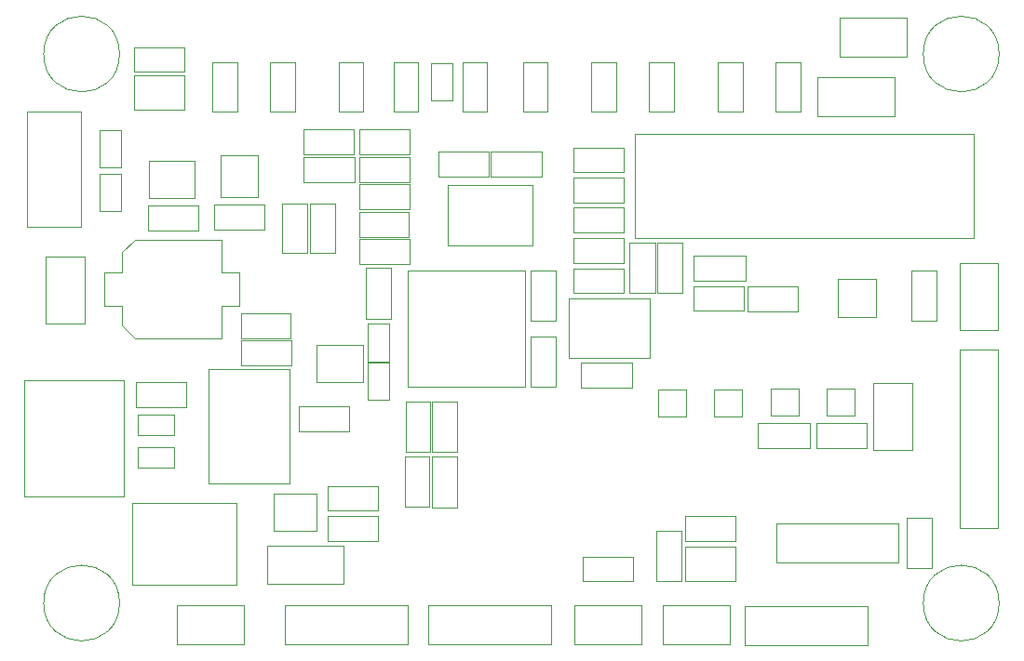
<source format=gbr>
%TF.GenerationSoftware,KiCad,Pcbnew,9.0.1*%
%TF.CreationDate,2025-04-25T18:02:47+02:00*%
%TF.ProjectId,CC_Load,43435f4c-6f61-4642-9e6b-696361645f70,rev?*%
%TF.SameCoordinates,Original*%
%TF.FileFunction,Other,User*%
%FSLAX46Y46*%
G04 Gerber Fmt 4.6, Leading zero omitted, Abs format (unit mm)*
G04 Created by KiCad (PCBNEW 9.0.1) date 2025-04-25 18:02:47*
%MOMM*%
%LPD*%
G01*
G04 APERTURE LIST*
%ADD10C,0.050000*%
G04 APERTURE END LIST*
D10*
%TO.C,R16*%
X135870000Y-84720000D02*
X138130000Y-84720000D01*
X135870000Y-89280000D02*
X135870000Y-84720000D01*
X138130000Y-84720000D02*
X138130000Y-89280000D01*
X138130000Y-89280000D02*
X135870000Y-89280000D01*
%TO.C,U4*%
X124700000Y-84700000D02*
X124700000Y-95300000D01*
X124700000Y-84700000D02*
X135300000Y-84700000D01*
X124700000Y-95300000D02*
X135300000Y-95300000D01*
X135300000Y-84700000D02*
X135300000Y-95300000D01*
%TO.C,C16*%
X144850000Y-82150000D02*
X147150000Y-82150000D01*
X144850000Y-86750000D02*
X144850000Y-82150000D01*
X147150000Y-82150000D02*
X147150000Y-86750000D01*
X147150000Y-86750000D02*
X144850000Y-86750000D01*
%TO.C,D1*%
X111850000Y-109750000D02*
X118850000Y-109750000D01*
X111850000Y-113250000D02*
X111850000Y-109750000D01*
X118850000Y-109750000D02*
X118850000Y-113250000D01*
X118850000Y-113250000D02*
X111850000Y-113250000D01*
%TO.C,R19*%
X124473000Y-96653000D02*
X126733000Y-96653000D01*
X124473000Y-101213000D02*
X124473000Y-96653000D01*
X126733000Y-96653000D02*
X126733000Y-101213000D01*
X126733000Y-101213000D02*
X124473000Y-101213000D01*
%TO.C,R22*%
X106870000Y-65720000D02*
X109130000Y-65720000D01*
X106870000Y-70280000D02*
X106870000Y-65720000D01*
X109130000Y-65720000D02*
X109130000Y-70280000D01*
X109130000Y-70280000D02*
X106870000Y-70280000D01*
%TO.C,C12*%
X140450000Y-93100000D02*
X145050000Y-93100000D01*
X140450000Y-95400000D02*
X140450000Y-93100000D01*
X145050000Y-93100000D02*
X145050000Y-95400000D01*
X145050000Y-95400000D02*
X140450000Y-95400000D01*
%TO.C,U1*%
X90000000Y-70240000D02*
X90000000Y-80740000D01*
X90000000Y-80740000D02*
X94910000Y-80740000D01*
X94910000Y-70240000D02*
X90000000Y-70240000D01*
X94910000Y-80740000D02*
X94910000Y-70240000D01*
%TO.C,R30*%
X123370000Y-65720000D02*
X125630000Y-65720000D01*
X123370000Y-70280000D02*
X123370000Y-65720000D01*
X125630000Y-65720000D02*
X125630000Y-70280000D01*
X125630000Y-70280000D02*
X123370000Y-70280000D01*
%TO.C,TP3*%
X152547000Y-95524000D02*
X152547000Y-98024000D01*
X152547000Y-95524000D02*
X155047000Y-95524000D01*
X155047000Y-98024000D02*
X152547000Y-98024000D01*
X155047000Y-98024000D02*
X155047000Y-95524000D01*
%TO.C,C11*%
X120237500Y-74350000D02*
X124837500Y-74350000D01*
X120237500Y-76650000D02*
X120237500Y-74350000D01*
X124837500Y-74350000D02*
X124837500Y-76650000D01*
X124837500Y-76650000D02*
X120237500Y-76650000D01*
%TO.C,U3*%
X106525000Y-93705000D02*
X113925000Y-93705000D01*
X113925000Y-104105000D01*
X106525000Y-104105000D01*
X106525000Y-93705000D01*
%TO.C,R10*%
X117382500Y-107070000D02*
X121942500Y-107070000D01*
X117382500Y-109330000D02*
X117382500Y-107070000D01*
X121942500Y-107070000D02*
X121942500Y-109330000D01*
X121942500Y-109330000D02*
X117382500Y-109330000D01*
%TO.C,H4*%
X178450000Y-115000000D02*
G75*
G02*
X171550000Y-115000000I-3450000J0D01*
G01*
X171550000Y-115000000D02*
G75*
G02*
X178450000Y-115000000I3450000J0D01*
G01*
%TO.C,U5*%
X139300000Y-87300000D02*
X146700000Y-87300000D01*
X146700000Y-92700000D01*
X139300000Y-92700000D01*
X139300000Y-87300000D01*
%TO.C,R9*%
X99757500Y-64370000D02*
X104317500Y-64370000D01*
X99757500Y-66630000D02*
X99757500Y-64370000D01*
X104317500Y-64370000D02*
X104317500Y-66630000D01*
X104317500Y-66630000D02*
X99757500Y-66630000D01*
%TO.C,R27*%
X120257500Y-76870000D02*
X124817500Y-76870000D01*
X120257500Y-79130000D02*
X120257500Y-76870000D01*
X124817500Y-76870000D02*
X124817500Y-79130000D01*
X124817500Y-79130000D02*
X120257500Y-79130000D01*
%TO.C,J7*%
X163940000Y-61730000D02*
X163940000Y-65270000D01*
X163940000Y-65270000D02*
X170030000Y-65270000D01*
X170030000Y-61730000D02*
X163940000Y-61730000D01*
X170030000Y-65270000D02*
X170030000Y-61730000D01*
%TO.C,Y1*%
X116400000Y-91475000D02*
X116400000Y-94875000D01*
X116400000Y-94875000D02*
X120600000Y-94875000D01*
X120600000Y-91475000D02*
X116400000Y-91475000D01*
X120600000Y-94875000D02*
X120600000Y-91475000D01*
%TO.C,U7*%
X107612500Y-78020000D02*
X111012500Y-78020000D01*
X111012500Y-74180000D01*
X107612500Y-74180000D01*
X107612500Y-78020000D01*
%TO.C,H3*%
X98450000Y-115000000D02*
G75*
G02*
X91550000Y-115000000I-3450000J0D01*
G01*
X91550000Y-115000000D02*
G75*
G02*
X98450000Y-115000000I3450000J0D01*
G01*
%TO.C,J2*%
X103690000Y-115230000D02*
X103690000Y-118770000D01*
X103690000Y-118770000D02*
X109780000Y-118770000D01*
X109780000Y-115230000D02*
X103690000Y-115230000D01*
X109780000Y-118770000D02*
X109780000Y-115230000D01*
%TO.C,J4*%
X139810000Y-115230000D02*
X139810000Y-118770000D01*
X139810000Y-118770000D02*
X145900000Y-118770000D01*
X145900000Y-115230000D02*
X139810000Y-115230000D01*
X145900000Y-118770000D02*
X145900000Y-115230000D01*
%TO.C,R40*%
X139755000Y-84507000D02*
X144315000Y-84507000D01*
X139755000Y-86767000D02*
X139755000Y-84507000D01*
X144315000Y-84507000D02*
X144315000Y-86767000D01*
X144315000Y-86767000D02*
X139755000Y-86767000D01*
%TO.C,R3*%
X100070000Y-100800000D02*
X103430000Y-100800000D01*
X100070000Y-102700000D02*
X100070000Y-100800000D01*
X103430000Y-100800000D02*
X103430000Y-102700000D01*
X103430000Y-102700000D02*
X100070000Y-102700000D01*
%TO.C,R1*%
X100070000Y-97800000D02*
X103430000Y-97800000D01*
X100070000Y-99700000D02*
X100070000Y-97800000D01*
X103430000Y-97800000D02*
X103430000Y-99700000D01*
X103430000Y-99700000D02*
X100070000Y-99700000D01*
%TO.C,C1*%
X99950000Y-94850000D02*
X104550000Y-94850000D01*
X99950000Y-97150000D02*
X99950000Y-94850000D01*
X104550000Y-94850000D02*
X104550000Y-97150000D01*
X104550000Y-97150000D02*
X99950000Y-97150000D01*
%TO.C,J14*%
X167030000Y-94955000D02*
X167030000Y-101045000D01*
X167030000Y-101045000D02*
X170570000Y-101045000D01*
X170570000Y-94955000D02*
X167030000Y-94955000D01*
X170570000Y-101045000D02*
X170570000Y-94955000D01*
%TO.C,C13*%
X121020000Y-89575000D02*
X122980000Y-89575000D01*
X121020000Y-92975000D02*
X121020000Y-89575000D01*
X122980000Y-89575000D02*
X122980000Y-92975000D01*
X122980000Y-92975000D02*
X121020000Y-92975000D01*
%TO.C,C15*%
X139735000Y-78987000D02*
X144335000Y-78987000D01*
X139735000Y-81287000D02*
X139735000Y-78987000D01*
X144335000Y-78987000D02*
X144335000Y-81287000D01*
X144335000Y-81287000D02*
X139735000Y-81287000D01*
%TO.C,R13*%
X113270000Y-78582500D02*
X115530000Y-78582500D01*
X113270000Y-83142500D02*
X113270000Y-78582500D01*
X115530000Y-78582500D02*
X115530000Y-83142500D01*
X115530000Y-83142500D02*
X113270000Y-83142500D01*
%TO.C,R41*%
X147270000Y-108420000D02*
X149530000Y-108420000D01*
X147270000Y-112980000D02*
X147270000Y-108420000D01*
X149530000Y-108420000D02*
X149530000Y-112980000D01*
X149530000Y-112980000D02*
X147270000Y-112980000D01*
%TO.C,J11*%
X158150000Y-107730000D02*
X158150000Y-111270000D01*
X158150000Y-111270000D02*
X169310000Y-111270000D01*
X169310000Y-107730000D02*
X158150000Y-107730000D01*
X169310000Y-111270000D02*
X169310000Y-107730000D01*
%TO.C,R14*%
X115770000Y-78582500D02*
X118030000Y-78582500D01*
X115770000Y-83142500D02*
X115770000Y-78582500D01*
X118030000Y-78582500D02*
X118030000Y-83142500D01*
X118030000Y-83142500D02*
X115770000Y-83142500D01*
%TO.C,C18*%
X170050000Y-107250000D02*
X172350000Y-107250000D01*
X170050000Y-111850000D02*
X170050000Y-107250000D01*
X172350000Y-107250000D02*
X172350000Y-111850000D01*
X172350000Y-111850000D02*
X170050000Y-111850000D01*
%TO.C,C8*%
X135850000Y-90700000D02*
X138150000Y-90700000D01*
X135850000Y-95300000D02*
X135850000Y-90700000D01*
X138150000Y-90700000D02*
X138150000Y-95300000D01*
X138150000Y-95300000D02*
X135850000Y-95300000D01*
%TO.C,R25*%
X141370000Y-65720000D02*
X143630000Y-65720000D01*
X141370000Y-70280000D02*
X141370000Y-65720000D01*
X143630000Y-65720000D02*
X143630000Y-70280000D01*
X143630000Y-70280000D02*
X141370000Y-70280000D01*
%TO.C,C2*%
X132237500Y-73850000D02*
X136837500Y-73850000D01*
X132237500Y-76150000D02*
X132237500Y-73850000D01*
X136837500Y-73850000D02*
X136837500Y-76150000D01*
X136837500Y-76150000D02*
X132237500Y-76150000D01*
%TO.C,R11*%
X149920000Y-107070000D02*
X154480000Y-107070000D01*
X149920000Y-109330000D02*
X149920000Y-107070000D01*
X154480000Y-107070000D02*
X154480000Y-109330000D01*
X154480000Y-109330000D02*
X149920000Y-109330000D01*
%TO.C,R39*%
X139755000Y-81757000D02*
X144315000Y-81757000D01*
X139755000Y-84017000D02*
X139755000Y-81757000D01*
X144315000Y-81757000D02*
X144315000Y-84017000D01*
X144315000Y-84017000D02*
X139755000Y-84017000D01*
%TO.C,J13*%
X155340000Y-115280000D02*
X155340000Y-118820000D01*
X155340000Y-118820000D02*
X166500000Y-118820000D01*
X166500000Y-115280000D02*
X155340000Y-115280000D01*
X166500000Y-118820000D02*
X166500000Y-115280000D01*
%TO.C,D2*%
X99757500Y-66920000D02*
X104317500Y-66920000D01*
X99757500Y-70080000D02*
X99757500Y-66920000D01*
X104317500Y-66920000D02*
X104317500Y-70080000D01*
X104317500Y-70080000D02*
X99757500Y-70080000D01*
%TO.C,R18*%
X115220000Y-71870000D02*
X119780000Y-71870000D01*
X115220000Y-74130000D02*
X115220000Y-71870000D01*
X119780000Y-71870000D02*
X119780000Y-74130000D01*
X119780000Y-74130000D02*
X115220000Y-74130000D01*
%TO.C,J10*%
X147825000Y-115230000D02*
X147825000Y-118770000D01*
X147825000Y-118770000D02*
X153915000Y-118770000D01*
X153915000Y-115230000D02*
X147825000Y-115230000D01*
X153915000Y-118770000D02*
X153915000Y-115230000D01*
%TO.C,H1*%
X98450000Y-65000000D02*
G75*
G02*
X91550000Y-65000000I-3450000J0D01*
G01*
X91550000Y-65000000D02*
G75*
G02*
X98450000Y-65000000I3450000J0D01*
G01*
%TO.C,R31*%
X135120000Y-65720000D02*
X137380000Y-65720000D01*
X135120000Y-70280000D02*
X135120000Y-65720000D01*
X137380000Y-65720000D02*
X137380000Y-70280000D01*
X137380000Y-70280000D02*
X135120000Y-70280000D01*
%TO.C,D5*%
X161900000Y-67150000D02*
X168900000Y-67150000D01*
X161900000Y-70650000D02*
X161900000Y-67150000D01*
X168900000Y-67150000D02*
X168900000Y-70650000D01*
X168900000Y-70650000D02*
X161900000Y-70650000D01*
%TO.C,U6*%
X101150000Y-74700000D02*
X105250000Y-74700000D01*
X105250000Y-78100000D01*
X101150000Y-78100000D01*
X101150000Y-74700000D01*
%TO.C,U2*%
X128275000Y-76900000D02*
X135975000Y-76900000D01*
X135975000Y-82400000D01*
X128275000Y-82400000D01*
X128275000Y-76900000D01*
%TO.C,TP4*%
X147467000Y-95524000D02*
X147467000Y-98024000D01*
X147467000Y-95524000D02*
X149967000Y-95524000D01*
X149967000Y-98024000D02*
X147467000Y-98024000D01*
X149967000Y-98024000D02*
X149967000Y-95524000D01*
%TO.C,R21*%
X124370000Y-101682500D02*
X126630000Y-101682500D01*
X124370000Y-106242500D02*
X124370000Y-101682500D01*
X126630000Y-101682500D02*
X126630000Y-106242500D01*
X126630000Y-106242500D02*
X124370000Y-106242500D01*
%TO.C,R43*%
X107032500Y-78720000D02*
X111592500Y-78720000D01*
X107032500Y-80980000D02*
X107032500Y-78720000D01*
X111592500Y-78720000D02*
X111592500Y-80980000D01*
X111592500Y-80980000D02*
X107032500Y-80980000D01*
%TO.C,R26*%
X152870000Y-65720000D02*
X155130000Y-65720000D01*
X152870000Y-70280000D02*
X152870000Y-65720000D01*
X155130000Y-65720000D02*
X155130000Y-70280000D01*
X155130000Y-70280000D02*
X152870000Y-70280000D01*
%TO.C,R34*%
X127457500Y-73870000D02*
X132017500Y-73870000D01*
X127457500Y-76130000D02*
X127457500Y-73870000D01*
X132017500Y-73870000D02*
X132017500Y-76130000D01*
X132017500Y-76130000D02*
X127457500Y-76130000D01*
%TO.C,R6*%
X117382500Y-104320000D02*
X121942500Y-104320000D01*
X117382500Y-106580000D02*
X117382500Y-104320000D01*
X121942500Y-104320000D02*
X121942500Y-106580000D01*
X121942500Y-106580000D02*
X117382500Y-106580000D01*
%TO.C,J5*%
X89820000Y-94680000D02*
X98850000Y-94680000D01*
X89820000Y-105320000D02*
X89820000Y-94680000D01*
X98850000Y-94680000D02*
X98850000Y-105320000D01*
X98850000Y-105320000D02*
X89820000Y-105320000D01*
%TO.C,J1*%
X163740000Y-85440000D02*
X163740000Y-88980000D01*
X163740000Y-88980000D02*
X167280000Y-88980000D01*
X167280000Y-85440000D02*
X163740000Y-85440000D01*
X167280000Y-88980000D02*
X167280000Y-85440000D01*
%TO.C,R37*%
X145330000Y-72250000D02*
X145330000Y-81750000D01*
X145330000Y-81750000D02*
X176170000Y-81750000D01*
X176170000Y-72250000D02*
X145330000Y-72250000D01*
X176170000Y-81750000D02*
X176170000Y-72250000D01*
%TO.C,H2*%
X178450000Y-65000000D02*
G75*
G02*
X171550000Y-65000000I-3450000J0D01*
G01*
X171550000Y-65000000D02*
G75*
G02*
X178450000Y-65000000I3450000J0D01*
G01*
%TO.C,R23*%
X118370000Y-65720000D02*
X120630000Y-65720000D01*
X118370000Y-70280000D02*
X118370000Y-65720000D01*
X120630000Y-65720000D02*
X120630000Y-70280000D01*
X120630000Y-70280000D02*
X118370000Y-70280000D01*
%TO.C,R8*%
X150657500Y-86120000D02*
X155217500Y-86120000D01*
X150657500Y-88380000D02*
X150657500Y-86120000D01*
X155217500Y-86120000D02*
X155217500Y-88380000D01*
X155217500Y-88380000D02*
X150657500Y-88380000D01*
%TO.C,R32*%
X146620000Y-65720000D02*
X148880000Y-65720000D01*
X146620000Y-70280000D02*
X146620000Y-65720000D01*
X148880000Y-65720000D02*
X148880000Y-70280000D01*
X148880000Y-70280000D02*
X146620000Y-70280000D01*
%TO.C,J3*%
X91730000Y-83455000D02*
X91730000Y-89545000D01*
X91730000Y-89545000D02*
X95270000Y-89545000D01*
X95270000Y-83455000D02*
X91730000Y-83455000D01*
X95270000Y-89545000D02*
X95270000Y-83455000D01*
%TO.C,C5*%
X96620000Y-71900000D02*
X98580000Y-71900000D01*
X96620000Y-75300000D02*
X96620000Y-71900000D01*
X98580000Y-71900000D02*
X98580000Y-75300000D01*
X98580000Y-75300000D02*
X96620000Y-75300000D01*
%TO.C,C4*%
X96620000Y-75900000D02*
X98580000Y-75900000D01*
X96620000Y-79300000D02*
X96620000Y-75900000D01*
X98580000Y-75900000D02*
X98580000Y-79300000D01*
X98580000Y-79300000D02*
X96620000Y-79300000D01*
%TO.C,C14*%
X121020000Y-93125000D02*
X122980000Y-93125000D01*
X121020000Y-96525000D02*
X121020000Y-93125000D01*
X122980000Y-93125000D02*
X122980000Y-96525000D01*
X122980000Y-96525000D02*
X121020000Y-96525000D01*
%TO.C,R12*%
X170470000Y-84757500D02*
X172730000Y-84757500D01*
X170470000Y-89317500D02*
X170470000Y-84757500D01*
X172730000Y-84757500D02*
X172730000Y-89317500D01*
X172730000Y-89317500D02*
X170470000Y-89317500D01*
%TO.C,R35*%
X139755000Y-76257000D02*
X144315000Y-76257000D01*
X139755000Y-78517000D02*
X139755000Y-76257000D01*
X144315000Y-76257000D02*
X144315000Y-78517000D01*
X144315000Y-78517000D02*
X139755000Y-78517000D01*
%TO.C,D4*%
X149920000Y-109870000D02*
X154480000Y-109870000D01*
X149920000Y-113030000D02*
X149920000Y-109870000D01*
X154480000Y-109870000D02*
X154480000Y-113030000D01*
X154480000Y-113030000D02*
X149920000Y-113030000D01*
%TO.C,R28*%
X120257500Y-71870000D02*
X124817500Y-71870000D01*
X120257500Y-74130000D02*
X120257500Y-71870000D01*
X124817500Y-71870000D02*
X124817500Y-74130000D01*
X124817500Y-74130000D02*
X120257500Y-74130000D01*
%TO.C,C6*%
X114725000Y-97100000D02*
X119325000Y-97100000D01*
X114725000Y-99400000D02*
X114725000Y-97100000D01*
X119325000Y-97100000D02*
X119325000Y-99400000D01*
X119325000Y-99400000D02*
X114725000Y-99400000D01*
%TO.C,TP1*%
X157700000Y-95450000D02*
X157700000Y-97950000D01*
X157700000Y-95450000D02*
X160200000Y-95450000D01*
X160200000Y-97950000D02*
X157700000Y-97950000D01*
X160200000Y-97950000D02*
X160200000Y-95450000D01*
%TO.C,C17*%
X101037500Y-78750000D02*
X105637500Y-78750000D01*
X101037500Y-81050000D02*
X101037500Y-78750000D01*
X105637500Y-78750000D02*
X105637500Y-81050000D01*
X105637500Y-81050000D02*
X101037500Y-81050000D01*
%TO.C,J6*%
X174830000Y-84080000D02*
X174830000Y-90170000D01*
X174830000Y-90170000D02*
X178370000Y-90170000D01*
X178370000Y-84080000D02*
X174830000Y-84080000D01*
X178370000Y-90170000D02*
X178370000Y-84080000D01*
%TO.C,J9*%
X126550000Y-115230000D02*
X126550000Y-118770000D01*
X126550000Y-118770000D02*
X137710000Y-118770000D01*
X137710000Y-115230000D02*
X126550000Y-115230000D01*
X137710000Y-118770000D02*
X137710000Y-115230000D01*
%TO.C,J12*%
X174830000Y-91930000D02*
X174830000Y-108170000D01*
X174830000Y-108170000D02*
X178370000Y-108170000D01*
X178370000Y-91930000D02*
X174830000Y-91930000D01*
X178370000Y-108170000D02*
X178370000Y-91930000D01*
%TO.C,TP2*%
X162780000Y-95450000D02*
X162780000Y-97950000D01*
X162780000Y-95450000D02*
X165280000Y-95450000D01*
X165280000Y-97950000D02*
X162780000Y-97950000D01*
X165280000Y-97950000D02*
X165280000Y-95450000D01*
%TO.C,D3*%
X150680500Y-83350000D02*
X155380500Y-83350000D01*
X150680500Y-85650000D02*
X150680500Y-83350000D01*
X155380500Y-85650000D02*
X150680500Y-85650000D01*
X155380500Y-85650000D02*
X155380500Y-83350000D01*
%TO.C,R2*%
X109470000Y-88620000D02*
X114030000Y-88620000D01*
X109470000Y-90880000D02*
X109470000Y-88620000D01*
X114030000Y-88620000D02*
X114030000Y-90880000D01*
X114030000Y-90880000D02*
X109470000Y-90880000D01*
%TO.C,R7*%
X140620000Y-110770000D02*
X145180000Y-110770000D01*
X140620000Y-113030000D02*
X140620000Y-110770000D01*
X145180000Y-110770000D02*
X145180000Y-113030000D01*
X145180000Y-113030000D02*
X140620000Y-113030000D01*
%TO.C,C9*%
X115200000Y-74350000D02*
X119800000Y-74350000D01*
X115200000Y-76650000D02*
X115200000Y-74350000D01*
X119800000Y-74350000D02*
X119800000Y-76650000D01*
X119800000Y-76650000D02*
X115200000Y-76650000D01*
%TO.C,R36*%
X139755000Y-73507000D02*
X144315000Y-73507000D01*
X139755000Y-75767000D02*
X139755000Y-73507000D01*
X144315000Y-73507000D02*
X144315000Y-75767000D01*
X144315000Y-75767000D02*
X139755000Y-75767000D01*
%TO.C,R29*%
X112120000Y-65720000D02*
X114380000Y-65720000D01*
X112120000Y-70280000D02*
X112120000Y-65720000D01*
X114380000Y-65720000D02*
X114380000Y-70280000D01*
X114380000Y-70280000D02*
X112120000Y-70280000D01*
%TO.C,C3*%
X97050000Y-84900000D02*
X97050000Y-87900000D01*
X97050000Y-87900000D02*
X98700000Y-87900000D01*
X98700000Y-83050000D02*
X98700000Y-84900000D01*
X98700000Y-83050000D02*
X99850000Y-81900000D01*
X98700000Y-84900000D02*
X97050000Y-84900000D01*
X98700000Y-87900000D02*
X98700000Y-89750000D01*
X98700000Y-89750000D02*
X99850000Y-90900000D01*
X99850000Y-81900000D02*
X107700000Y-81900000D01*
X99850000Y-90900000D02*
X107700000Y-90900000D01*
X107700000Y-81900000D02*
X107700000Y-84900000D01*
X107700000Y-84900000D02*
X109350000Y-84900000D01*
X107700000Y-87900000D02*
X107700000Y-90900000D01*
X109350000Y-84900000D02*
X109350000Y-87900000D01*
X109350000Y-87900000D02*
X107700000Y-87900000D01*
%TO.C,R20*%
X126886000Y-96653000D02*
X129146000Y-96653000D01*
X126886000Y-101213000D02*
X126886000Y-96653000D01*
X129146000Y-96653000D02*
X129146000Y-101213000D01*
X129146000Y-101213000D02*
X126886000Y-101213000D01*
%TO.C,SW1*%
X99600000Y-105850000D02*
X99850000Y-105850000D01*
X99600000Y-106100000D02*
X99600000Y-105850000D01*
X99600000Y-113100000D02*
X99600000Y-106100000D01*
X99600000Y-113100000D02*
X99600000Y-113350000D01*
X99600000Y-113350000D02*
X99850000Y-113350000D01*
X99850000Y-105850000D02*
X108850000Y-105850000D01*
X108850000Y-105850000D02*
X109100000Y-105850000D01*
X108850000Y-113350000D02*
X99850000Y-113350000D01*
X108850000Y-113350000D02*
X109100000Y-113350000D01*
X109100000Y-105850000D02*
X109100000Y-106100000D01*
X109100000Y-106100000D02*
X109100000Y-113100000D01*
X109100000Y-113350000D02*
X109100000Y-113100000D01*
%TO.C,R33*%
X158120000Y-65720000D02*
X160380000Y-65720000D01*
X158120000Y-70280000D02*
X158120000Y-65720000D01*
X160380000Y-65720000D02*
X160380000Y-70280000D01*
X160380000Y-70280000D02*
X158120000Y-70280000D01*
%TO.C,R17*%
X120257500Y-81870000D02*
X124817500Y-81870000D01*
X120257500Y-84130000D02*
X120257500Y-81870000D01*
X124817500Y-81870000D02*
X124817500Y-84130000D01*
X124817500Y-84130000D02*
X120257500Y-84130000D01*
%TO.C,C10*%
X126850000Y-101675000D02*
X129150000Y-101675000D01*
X126850000Y-106275000D02*
X126850000Y-101675000D01*
X129150000Y-101675000D02*
X129150000Y-106275000D01*
X129150000Y-106275000D02*
X126850000Y-106275000D01*
%TO.C,R15*%
X120220000Y-79370000D02*
X124780000Y-79370000D01*
X120220000Y-81630000D02*
X120220000Y-79370000D01*
X124780000Y-79370000D02*
X124780000Y-81630000D01*
X124780000Y-81630000D02*
X120220000Y-81630000D01*
%TO.C,Q1*%
X116332500Y-108400000D02*
X112492500Y-108400000D01*
X112492500Y-105000000D01*
X116332500Y-105000000D01*
X116332500Y-108400000D01*
%TO.C,C7*%
X120850000Y-84500000D02*
X123150000Y-84500000D01*
X120850000Y-89100000D02*
X120850000Y-84500000D01*
X123150000Y-84500000D02*
X123150000Y-89100000D01*
X123150000Y-89100000D02*
X120850000Y-89100000D01*
%TO.C,R24*%
X129620000Y-65720000D02*
X131880000Y-65720000D01*
X129620000Y-70280000D02*
X129620000Y-65720000D01*
X131880000Y-65720000D02*
X131880000Y-70280000D01*
X131880000Y-70280000D02*
X129620000Y-70280000D01*
%TO.C,D6*%
X156500000Y-98600000D02*
X161200000Y-98600000D01*
X156500000Y-100900000D02*
X156500000Y-98600000D01*
X161200000Y-100900000D02*
X156500000Y-100900000D01*
X161200000Y-100900000D02*
X161200000Y-98600000D01*
%TO.C,R42*%
X161870000Y-98620000D02*
X166430000Y-98620000D01*
X161870000Y-100880000D02*
X161870000Y-98620000D01*
X166430000Y-98620000D02*
X166430000Y-100880000D01*
X166430000Y-100880000D02*
X161870000Y-100880000D01*
%TO.C,J8*%
X113520000Y-115230000D02*
X113520000Y-118770000D01*
X113520000Y-118770000D02*
X124680000Y-118770000D01*
X124680000Y-115230000D02*
X113520000Y-115230000D01*
X124680000Y-118770000D02*
X124680000Y-115230000D01*
%TO.C,R38*%
X147370000Y-82170000D02*
X149630000Y-82170000D01*
X147370000Y-86730000D02*
X147370000Y-82170000D01*
X149630000Y-82170000D02*
X149630000Y-86730000D01*
X149630000Y-86730000D02*
X147370000Y-86730000D01*
%TO.C,R4*%
X109507500Y-91080000D02*
X114067500Y-91080000D01*
X109507500Y-93340000D02*
X109507500Y-91080000D01*
X114067500Y-91080000D02*
X114067500Y-93340000D01*
X114067500Y-93340000D02*
X109507500Y-93340000D01*
%TO.C,R5*%
X155600000Y-86190000D02*
X160160000Y-86190000D01*
X155600000Y-88450000D02*
X155600000Y-86190000D01*
X160160000Y-86190000D02*
X160160000Y-88450000D01*
X160160000Y-88450000D02*
X155600000Y-88450000D01*
%TO.C,TH1*%
X126812000Y-65860500D02*
X128712000Y-65860500D01*
X126812000Y-69220500D02*
X126812000Y-65860500D01*
X128712000Y-65860500D02*
X128712000Y-69220500D01*
X128712000Y-69220500D02*
X126812000Y-69220500D01*
%TD*%
M02*

</source>
